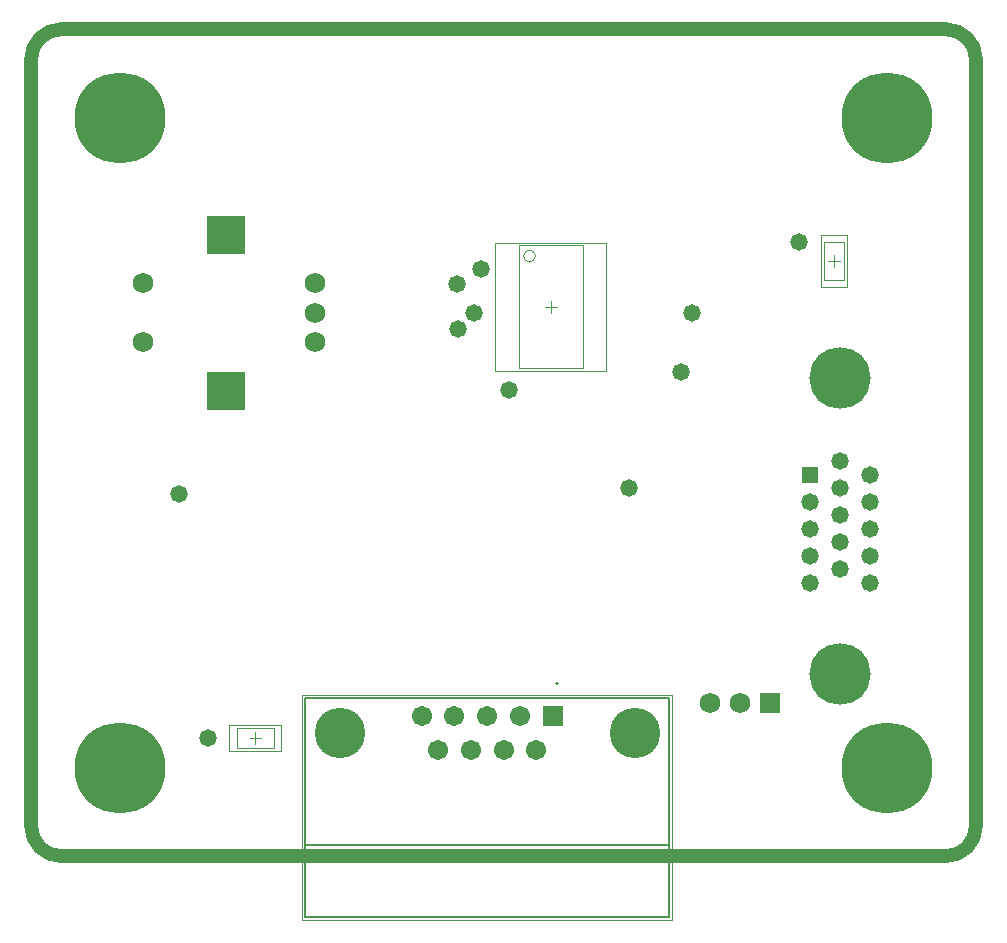
<source format=gbs>
G04*
G04 #@! TF.GenerationSoftware,Altium Limited,Altium Designer,21.3.1 (25)*
G04*
G04 Layer_Color=16711935*
%FSLAX44Y44*%
%MOMM*%
G71*
G04*
G04 #@! TF.SameCoordinates,1E41339B-4A2A-438D-B01A-713DCCC2BB0F*
G04*
G04*
G04 #@! TF.FilePolarity,Negative*
G04*
G01*
G75*
%ADD10C,0.2000*%
%ADD14C,0.1270*%
%ADD17C,1.2000*%
%ADD18C,0.1000*%
%ADD19C,0.0500*%
%ADD30C,1.7272*%
%ADD31R,1.7272X1.7272*%
%ADD32C,1.4732*%
%ADD33R,1.4732X1.4732*%
%ADD34C,5.2032*%
%ADD35R,3.2032X3.2032*%
%ADD36C,1.7112*%
%ADD37C,4.2692*%
%ADD38R,1.7112X1.7112*%
%ADD39C,7.7032*%
D10*
X446350Y346200D02*
G03*
X446350Y346200I-1000J0D01*
G01*
D14*
X232100Y334200D02*
X540200D01*
X232100Y148200D02*
Y334200D01*
X540200Y148200D02*
Y334200D01*
X232100Y148200D02*
X540200D01*
X232100Y209200D02*
X540200D01*
D17*
X25400Y900000D02*
G03*
X0Y874600I0J-25400D01*
G01*
X800000D02*
G03*
X774600Y900000I-25400J0D01*
G01*
Y200000D02*
G03*
X800000Y225400I0J25400D01*
G01*
X0D02*
G03*
X25400Y200000I25400J0D01*
G01*
X0Y225400D02*
Y874600D01*
X25400Y900000D02*
X774600D01*
X800000Y225400D02*
Y874600D01*
X25400Y200000D02*
X774600D01*
D18*
X427000Y708000D02*
G03*
X427000Y708000I-5000J0D01*
G01*
X413000Y613000D02*
X467000D01*
X413000Y717000D02*
X467000D01*
Y613000D02*
Y717000D01*
X413000Y613000D02*
Y717000D01*
X174000Y308500D02*
X206000D01*
X174000Y291500D02*
X206000D01*
X174000D02*
Y308500D01*
X206000Y291500D02*
Y308500D01*
X671500Y719750D02*
X688500D01*
X671500Y687750D02*
Y719750D01*
X688500Y687750D02*
Y719750D01*
X671500Y687750D02*
X688500D01*
X440000Y660000D02*
Y670000D01*
X435000Y665000D02*
X445000D01*
X190000Y295000D02*
Y305000D01*
X185000Y300000D02*
X195000D01*
X680000Y698750D02*
Y708750D01*
X675000Y703750D02*
X685000D01*
D19*
X229600Y336700D02*
X542700D01*
X229600Y145700D02*
Y336700D01*
X542700Y145700D02*
Y336700D01*
X229600Y145700D02*
X542700D01*
X393000Y610500D02*
X487000D01*
X393000Y719500D02*
X487000D01*
Y610500D02*
Y719500D01*
X393000Y610500D02*
Y719500D01*
X168000Y311000D02*
X212000D01*
X168000Y289000D02*
X212000D01*
X168000D02*
Y311000D01*
X212000Y289000D02*
Y311000D01*
X669000Y681750D02*
X691000D01*
X669000Y725750D02*
X691000D01*
X669000Y681750D02*
Y725750D01*
X691000Y681750D02*
Y725750D01*
D30*
X574600Y330000D02*
D03*
X600000D02*
D03*
X95000Y685000D02*
D03*
Y635000D02*
D03*
X240000Y685000D02*
D03*
Y660000D02*
D03*
Y635000D02*
D03*
D31*
X625400Y330000D02*
D03*
D32*
X710000Y522800D02*
D03*
Y500000D02*
D03*
Y477200D02*
D03*
Y454400D02*
D03*
Y431600D02*
D03*
X659200Y500000D02*
D03*
Y477200D02*
D03*
Y454400D02*
D03*
Y431600D02*
D03*
X684600Y443000D02*
D03*
Y465800D02*
D03*
Y488600D02*
D03*
Y511400D02*
D03*
Y534200D02*
D03*
X560000Y660000D02*
D03*
X506000Y512000D02*
D03*
X150000Y300000D02*
D03*
X550000Y610000D02*
D03*
X375000Y660000D02*
D03*
X405000Y595000D02*
D03*
X650000Y720000D02*
D03*
X125000Y506500D02*
D03*
X380750Y696750D02*
D03*
X361550Y645950D02*
D03*
X360950Y684050D02*
D03*
D33*
X659600Y522600D02*
D03*
D34*
X684600Y604500D02*
D03*
Y354600D02*
D03*
D35*
X165000Y726000D02*
D03*
Y594000D02*
D03*
D36*
X386150Y318400D02*
D03*
X330750D02*
D03*
X344600Y290000D02*
D03*
X358450Y318400D02*
D03*
X413850D02*
D03*
X400000Y290000D02*
D03*
X372300D02*
D03*
X427700D02*
D03*
D37*
X261200Y304200D02*
D03*
X511100D02*
D03*
D38*
X441550Y318400D02*
D03*
D39*
X75000Y275000D02*
D03*
X725000D02*
D03*
Y825000D02*
D03*
X75000D02*
D03*
M02*

</source>
